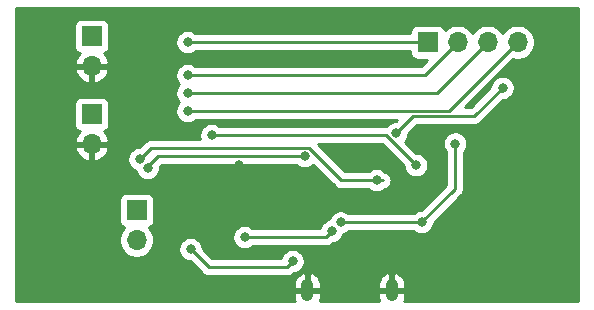
<source format=gbr>
%TF.GenerationSoftware,KiCad,Pcbnew,(5.1.12)-1*%
%TF.CreationDate,2021-12-22T14:47:12+01:00*%
%TF.ProjectId,speaker,73706561-6b65-4722-9e6b-696361645f70,rev?*%
%TF.SameCoordinates,Original*%
%TF.FileFunction,Copper,L2,Bot*%
%TF.FilePolarity,Positive*%
%FSLAX46Y46*%
G04 Gerber Fmt 4.6, Leading zero omitted, Abs format (unit mm)*
G04 Created by KiCad (PCBNEW (5.1.12)-1) date 2021-12-22 14:47:12*
%MOMM*%
%LPD*%
G01*
G04 APERTURE LIST*
%TA.AperFunction,ComponentPad*%
%ADD10O,1.700000X1.700000*%
%TD*%
%TA.AperFunction,ComponentPad*%
%ADD11R,1.700000X1.700000*%
%TD*%
%TA.AperFunction,ComponentPad*%
%ADD12O,1.050000X1.900000*%
%TD*%
%TA.AperFunction,ViaPad*%
%ADD13C,0.800000*%
%TD*%
%TA.AperFunction,Conductor*%
%ADD14C,0.250000*%
%TD*%
%TA.AperFunction,Conductor*%
%ADD15C,0.254000*%
%TD*%
%TA.AperFunction,Conductor*%
%ADD16C,0.100000*%
%TD*%
G04 APERTURE END LIST*
D10*
%TO.P,J5,2*%
%TO.N,GND*%
X129032000Y-70866000D03*
D11*
%TO.P,J5,1*%
%TO.N,/comm/EN*%
X129032000Y-68326000D03*
%TD*%
D10*
%TO.P,J6,2*%
%TO.N,/audio/SPK+*%
X132842000Y-85598000D03*
D11*
%TO.P,J6,1*%
%TO.N,/audio/SPK-*%
X132842000Y-83058000D03*
%TD*%
D10*
%TO.P,J4,2*%
%TO.N,GND*%
X129032000Y-77470000D03*
D11*
%TO.P,J4,1*%
%TO.N,/comm/BOOT*%
X129032000Y-74930000D03*
%TD*%
D12*
%TO.P,J3,6*%
%TO.N,GND*%
X154451000Y-89846000D03*
X147301000Y-89846000D03*
%TD*%
D10*
%TO.P,J2,4*%
%TO.N,/comm/TDO*%
X165100000Y-68834000D03*
%TO.P,J2,3*%
%TO.N,/comm/TCK*%
X162560000Y-68834000D03*
%TO.P,J2,2*%
%TO.N,/comm/TDI*%
X160020000Y-68834000D03*
D11*
%TO.P,J2,1*%
%TO.N,/comm/TMS*%
X157480000Y-68834000D03*
%TD*%
D13*
%TO.N,GND*%
X141478000Y-79248000D03*
X134620000Y-88900000D03*
%TO.N,+3V3*%
X139192000Y-76708000D03*
X156491598Y-79248000D03*
%TO.N,/power/VBAT*%
X150114000Y-84090000D03*
X159815000Y-77421000D03*
X156972000Y-84074000D03*
%TO.N,/comm/PG*%
X137414000Y-86360000D03*
X146050000Y-87376000D03*
%TO.N,VBUS*%
X149352000Y-84836000D03*
X141986000Y-85344000D03*
%TO.N,/audio/BCLK*%
X133781800Y-79502000D03*
X147066000Y-78486000D03*
%TO.N,/audio/DATA*%
X133096000Y-78740000D03*
X153162000Y-80518000D03*
%TO.N,/comm/TDO*%
X137160000Y-74676000D03*
%TO.N,/comm/TCK*%
X137160000Y-73152000D03*
%TO.N,/comm/TDI*%
X137160000Y-71628000D03*
%TO.N,/comm/TMS*%
X137160000Y-68834000D03*
%TO.N,Net-(D1-Pad4)*%
X163830000Y-72694800D03*
X154813000Y-76555600D03*
%TD*%
D14*
%TO.N,GND*%
X141478000Y-79248000D02*
X141478000Y-80264000D01*
X141478000Y-80264000D02*
X135890000Y-85852000D01*
X135890000Y-85852000D02*
X135890000Y-87630000D01*
X135890000Y-87630000D02*
X134620000Y-88900000D01*
X134620000Y-88900000D02*
X134620000Y-88900000D01*
%TO.N,+3V3*%
X139192000Y-76708000D02*
X139192000Y-76708000D01*
X153951598Y-76708000D02*
X156491598Y-79248000D01*
X139192000Y-76708000D02*
X153951598Y-76708000D01*
X156491598Y-79248000D02*
X156491598Y-79248000D01*
%TO.N,/power/VBAT*%
X159815000Y-81231000D02*
X159815000Y-77421000D01*
X156956000Y-84090000D02*
X159815000Y-81231000D01*
X150114000Y-84090000D02*
X156956000Y-84090000D01*
%TO.N,/comm/PG*%
X146050000Y-87376000D02*
X146050000Y-87376000D01*
X138938000Y-87884000D02*
X137414000Y-86360000D01*
X145542000Y-87884000D02*
X138938000Y-87884000D01*
X146050000Y-87376000D02*
X145542000Y-87884000D01*
%TO.N,VBUS*%
X141986000Y-85344000D02*
X141986000Y-85344000D01*
X148844000Y-85344000D02*
X149352000Y-84836000D01*
X141986000Y-85344000D02*
X148844000Y-85344000D01*
%TO.N,/audio/BCLK*%
X133604000Y-79502000D02*
X134620000Y-78486000D01*
X134620000Y-78486000D02*
X147066000Y-78486000D01*
%TO.N,/audio/DATA*%
X153670000Y-80518000D02*
X153162000Y-80518000D01*
X153162000Y-80518000D02*
X153162000Y-80518000D01*
X134035001Y-77800999D02*
X147473199Y-77800999D01*
X133096000Y-78740000D02*
X134035001Y-77800999D01*
X150190200Y-80518000D02*
X153162000Y-80518000D01*
X147473199Y-77800999D02*
X150190200Y-80518000D01*
%TO.N,/comm/TDO*%
X165100000Y-68834000D02*
X159258000Y-74676000D01*
X159258000Y-74676000D02*
X137160000Y-74676000D01*
X137160000Y-74676000D02*
X137160000Y-74676000D01*
%TO.N,/comm/TCK*%
X162560000Y-68834000D02*
X158242000Y-73152000D01*
X158242000Y-73152000D02*
X137160000Y-73152000D01*
X137160000Y-73152000D02*
X137160000Y-73152000D01*
%TO.N,/comm/TDI*%
X160020000Y-68834000D02*
X157226000Y-71628000D01*
X157226000Y-71628000D02*
X137160000Y-71628000D01*
X137160000Y-71628000D02*
X137160000Y-71628000D01*
%TO.N,/comm/TMS*%
X157480000Y-68834000D02*
X137160000Y-68834000D01*
X137160000Y-68834000D02*
X137160000Y-68834000D01*
%TO.N,Net-(D1-Pad4)*%
X161438790Y-75086010D02*
X156282590Y-75086010D01*
X163830000Y-72694800D02*
X161438790Y-75086010D01*
X156282590Y-75086010D02*
X154813000Y-76555600D01*
X154813000Y-76555600D02*
X154813000Y-76555600D01*
%TD*%
D15*
%TO.N,GND*%
X170257001Y-90755000D02*
X155507084Y-90755000D01*
X155563934Y-90621865D01*
X155611000Y-90398000D01*
X155611000Y-89973000D01*
X154578000Y-89973000D01*
X154578000Y-89993000D01*
X154324000Y-89993000D01*
X154324000Y-89973000D01*
X153291000Y-89973000D01*
X153291000Y-90398000D01*
X153338066Y-90621865D01*
X153394916Y-90755000D01*
X148357084Y-90755000D01*
X148413934Y-90621865D01*
X148461000Y-90398000D01*
X148461000Y-89973000D01*
X147428000Y-89973000D01*
X147428000Y-89993000D01*
X147174000Y-89993000D01*
X147174000Y-89973000D01*
X146141000Y-89973000D01*
X146141000Y-90398000D01*
X146188066Y-90621865D01*
X146244916Y-90755000D01*
X122605000Y-90755000D01*
X122605000Y-89294000D01*
X146141000Y-89294000D01*
X146141000Y-89719000D01*
X147174000Y-89719000D01*
X147174000Y-88427837D01*
X147428000Y-88427837D01*
X147428000Y-89719000D01*
X148461000Y-89719000D01*
X148461000Y-89294000D01*
X153291000Y-89294000D01*
X153291000Y-89719000D01*
X154324000Y-89719000D01*
X154324000Y-88427837D01*
X154578000Y-88427837D01*
X154578000Y-89719000D01*
X155611000Y-89719000D01*
X155611000Y-89294000D01*
X155563934Y-89070135D01*
X155474099Y-88859754D01*
X155344947Y-88670941D01*
X155181441Y-88510953D01*
X154989864Y-88385937D01*
X154756810Y-88302036D01*
X154578000Y-88427837D01*
X154324000Y-88427837D01*
X154145190Y-88302036D01*
X153912136Y-88385937D01*
X153720559Y-88510953D01*
X153557053Y-88670941D01*
X153427901Y-88859754D01*
X153338066Y-89070135D01*
X153291000Y-89294000D01*
X148461000Y-89294000D01*
X148413934Y-89070135D01*
X148324099Y-88859754D01*
X148194947Y-88670941D01*
X148031441Y-88510953D01*
X147839864Y-88385937D01*
X147606810Y-88302036D01*
X147428000Y-88427837D01*
X147174000Y-88427837D01*
X146995190Y-88302036D01*
X146762136Y-88385937D01*
X146570559Y-88510953D01*
X146407053Y-88670941D01*
X146277901Y-88859754D01*
X146188066Y-89070135D01*
X146141000Y-89294000D01*
X122605000Y-89294000D01*
X122605000Y-82208000D01*
X131353928Y-82208000D01*
X131353928Y-83908000D01*
X131366188Y-84032482D01*
X131402498Y-84152180D01*
X131461463Y-84262494D01*
X131540815Y-84359185D01*
X131637506Y-84438537D01*
X131747820Y-84497502D01*
X131820380Y-84519513D01*
X131688525Y-84651368D01*
X131526010Y-84894589D01*
X131414068Y-85164842D01*
X131357000Y-85451740D01*
X131357000Y-85744260D01*
X131414068Y-86031158D01*
X131526010Y-86301411D01*
X131688525Y-86544632D01*
X131895368Y-86751475D01*
X132138589Y-86913990D01*
X132408842Y-87025932D01*
X132695740Y-87083000D01*
X132988260Y-87083000D01*
X133275158Y-87025932D01*
X133545411Y-86913990D01*
X133788632Y-86751475D01*
X133995475Y-86544632D01*
X134157990Y-86301411D01*
X134175946Y-86258061D01*
X136379000Y-86258061D01*
X136379000Y-86461939D01*
X136418774Y-86661898D01*
X136496795Y-86850256D01*
X136610063Y-87019774D01*
X136754226Y-87163937D01*
X136923744Y-87277205D01*
X137112102Y-87355226D01*
X137312061Y-87395000D01*
X137374198Y-87395000D01*
X138374205Y-88395008D01*
X138397999Y-88424001D01*
X138426992Y-88447795D01*
X138426996Y-88447799D01*
X138497685Y-88505811D01*
X138513724Y-88518974D01*
X138645753Y-88589546D01*
X138789014Y-88633003D01*
X138900667Y-88644000D01*
X138900676Y-88644000D01*
X138937999Y-88647676D01*
X138975322Y-88644000D01*
X145504678Y-88644000D01*
X145542000Y-88647676D01*
X145579322Y-88644000D01*
X145579333Y-88644000D01*
X145690986Y-88633003D01*
X145834247Y-88589546D01*
X145966276Y-88518974D01*
X146082001Y-88424001D01*
X146092671Y-88411000D01*
X146151939Y-88411000D01*
X146351898Y-88371226D01*
X146540256Y-88293205D01*
X146709774Y-88179937D01*
X146853937Y-88035774D01*
X146967205Y-87866256D01*
X147045226Y-87677898D01*
X147085000Y-87477939D01*
X147085000Y-87274061D01*
X147045226Y-87074102D01*
X146967205Y-86885744D01*
X146853937Y-86716226D01*
X146709774Y-86572063D01*
X146540256Y-86458795D01*
X146351898Y-86380774D01*
X146151939Y-86341000D01*
X145948061Y-86341000D01*
X145748102Y-86380774D01*
X145559744Y-86458795D01*
X145390226Y-86572063D01*
X145246063Y-86716226D01*
X145132795Y-86885744D01*
X145054774Y-87074102D01*
X145044849Y-87124000D01*
X139252803Y-87124000D01*
X138449000Y-86320198D01*
X138449000Y-86258061D01*
X138409226Y-86058102D01*
X138331205Y-85869744D01*
X138217937Y-85700226D01*
X138073774Y-85556063D01*
X137904256Y-85442795D01*
X137715898Y-85364774D01*
X137515939Y-85325000D01*
X137312061Y-85325000D01*
X137112102Y-85364774D01*
X136923744Y-85442795D01*
X136754226Y-85556063D01*
X136610063Y-85700226D01*
X136496795Y-85869744D01*
X136418774Y-86058102D01*
X136379000Y-86258061D01*
X134175946Y-86258061D01*
X134269932Y-86031158D01*
X134327000Y-85744260D01*
X134327000Y-85451740D01*
X134285292Y-85242061D01*
X140951000Y-85242061D01*
X140951000Y-85445939D01*
X140990774Y-85645898D01*
X141068795Y-85834256D01*
X141182063Y-86003774D01*
X141326226Y-86147937D01*
X141495744Y-86261205D01*
X141684102Y-86339226D01*
X141884061Y-86379000D01*
X142087939Y-86379000D01*
X142287898Y-86339226D01*
X142476256Y-86261205D01*
X142645774Y-86147937D01*
X142689711Y-86104000D01*
X148806678Y-86104000D01*
X148844000Y-86107676D01*
X148881322Y-86104000D01*
X148881333Y-86104000D01*
X148992986Y-86093003D01*
X149136247Y-86049546D01*
X149268276Y-85978974D01*
X149384001Y-85884001D01*
X149394671Y-85871000D01*
X149453939Y-85871000D01*
X149653898Y-85831226D01*
X149842256Y-85753205D01*
X150011774Y-85639937D01*
X150155937Y-85495774D01*
X150269205Y-85326256D01*
X150347226Y-85137898D01*
X150355306Y-85097278D01*
X150415898Y-85085226D01*
X150604256Y-85007205D01*
X150773774Y-84893937D01*
X150817711Y-84850000D01*
X156284289Y-84850000D01*
X156312226Y-84877937D01*
X156481744Y-84991205D01*
X156670102Y-85069226D01*
X156870061Y-85109000D01*
X157073939Y-85109000D01*
X157273898Y-85069226D01*
X157462256Y-84991205D01*
X157631774Y-84877937D01*
X157775937Y-84733774D01*
X157889205Y-84564256D01*
X157967226Y-84375898D01*
X158007000Y-84175939D01*
X158007000Y-84113801D01*
X160326004Y-81794798D01*
X160355001Y-81771001D01*
X160449974Y-81655276D01*
X160520546Y-81523247D01*
X160564003Y-81379986D01*
X160575000Y-81268333D01*
X160575000Y-81268332D01*
X160578677Y-81231000D01*
X160575000Y-81193667D01*
X160575000Y-78124711D01*
X160618937Y-78080774D01*
X160732205Y-77911256D01*
X160810226Y-77722898D01*
X160850000Y-77522939D01*
X160850000Y-77319061D01*
X160810226Y-77119102D01*
X160732205Y-76930744D01*
X160618937Y-76761226D01*
X160474774Y-76617063D01*
X160305256Y-76503795D01*
X160116898Y-76425774D01*
X159916939Y-76386000D01*
X159713061Y-76386000D01*
X159513102Y-76425774D01*
X159324744Y-76503795D01*
X159155226Y-76617063D01*
X159011063Y-76761226D01*
X158897795Y-76930744D01*
X158819774Y-77119102D01*
X158780000Y-77319061D01*
X158780000Y-77522939D01*
X158819774Y-77722898D01*
X158897795Y-77911256D01*
X159011063Y-78080774D01*
X159055001Y-78124712D01*
X159055000Y-80916198D01*
X156932199Y-83039000D01*
X156870061Y-83039000D01*
X156670102Y-83078774D01*
X156481744Y-83156795D01*
X156312226Y-83270063D01*
X156252289Y-83330000D01*
X150817711Y-83330000D01*
X150773774Y-83286063D01*
X150604256Y-83172795D01*
X150415898Y-83094774D01*
X150215939Y-83055000D01*
X150012061Y-83055000D01*
X149812102Y-83094774D01*
X149623744Y-83172795D01*
X149454226Y-83286063D01*
X149310063Y-83430226D01*
X149196795Y-83599744D01*
X149118774Y-83788102D01*
X149110694Y-83828722D01*
X149050102Y-83840774D01*
X148861744Y-83918795D01*
X148692226Y-84032063D01*
X148548063Y-84176226D01*
X148434795Y-84345744D01*
X148356774Y-84534102D01*
X148346849Y-84584000D01*
X142689711Y-84584000D01*
X142645774Y-84540063D01*
X142476256Y-84426795D01*
X142287898Y-84348774D01*
X142087939Y-84309000D01*
X141884061Y-84309000D01*
X141684102Y-84348774D01*
X141495744Y-84426795D01*
X141326226Y-84540063D01*
X141182063Y-84684226D01*
X141068795Y-84853744D01*
X140990774Y-85042102D01*
X140951000Y-85242061D01*
X134285292Y-85242061D01*
X134269932Y-85164842D01*
X134157990Y-84894589D01*
X133995475Y-84651368D01*
X133863620Y-84519513D01*
X133936180Y-84497502D01*
X134046494Y-84438537D01*
X134143185Y-84359185D01*
X134222537Y-84262494D01*
X134281502Y-84152180D01*
X134317812Y-84032482D01*
X134330072Y-83908000D01*
X134330072Y-82208000D01*
X134317812Y-82083518D01*
X134281502Y-81963820D01*
X134222537Y-81853506D01*
X134143185Y-81756815D01*
X134046494Y-81677463D01*
X133936180Y-81618498D01*
X133816482Y-81582188D01*
X133692000Y-81569928D01*
X131992000Y-81569928D01*
X131867518Y-81582188D01*
X131747820Y-81618498D01*
X131637506Y-81677463D01*
X131540815Y-81756815D01*
X131461463Y-81853506D01*
X131402498Y-81963820D01*
X131366188Y-82083518D01*
X131353928Y-82208000D01*
X122605000Y-82208000D01*
X122605000Y-77826890D01*
X127590524Y-77826890D01*
X127635175Y-77974099D01*
X127760359Y-78236920D01*
X127934412Y-78470269D01*
X128150645Y-78665178D01*
X128400748Y-78814157D01*
X128675109Y-78911481D01*
X128905000Y-78790814D01*
X128905000Y-77597000D01*
X129159000Y-77597000D01*
X129159000Y-78790814D01*
X129388891Y-78911481D01*
X129663252Y-78814157D01*
X129913355Y-78665178D01*
X129943438Y-78638061D01*
X132061000Y-78638061D01*
X132061000Y-78841939D01*
X132100774Y-79041898D01*
X132178795Y-79230256D01*
X132292063Y-79399774D01*
X132436226Y-79543937D01*
X132605744Y-79657205D01*
X132771012Y-79725662D01*
X132786574Y-79803898D01*
X132864595Y-79992256D01*
X132977863Y-80161774D01*
X133122026Y-80305937D01*
X133291544Y-80419205D01*
X133479902Y-80497226D01*
X133679861Y-80537000D01*
X133883739Y-80537000D01*
X134083698Y-80497226D01*
X134272056Y-80419205D01*
X134441574Y-80305937D01*
X134585737Y-80161774D01*
X134699005Y-79992256D01*
X134777026Y-79803898D01*
X134816800Y-79603939D01*
X134816800Y-79400061D01*
X134810817Y-79369984D01*
X134934802Y-79246000D01*
X146362289Y-79246000D01*
X146406226Y-79289937D01*
X146575744Y-79403205D01*
X146764102Y-79481226D01*
X146964061Y-79521000D01*
X147167939Y-79521000D01*
X147367898Y-79481226D01*
X147556256Y-79403205D01*
X147725774Y-79289937D01*
X147806555Y-79209156D01*
X149626401Y-81029003D01*
X149650199Y-81058001D01*
X149765924Y-81152974D01*
X149897953Y-81223546D01*
X150041214Y-81267003D01*
X150152867Y-81278000D01*
X150152875Y-81278000D01*
X150190200Y-81281676D01*
X150227525Y-81278000D01*
X152458289Y-81278000D01*
X152502226Y-81321937D01*
X152671744Y-81435205D01*
X152860102Y-81513226D01*
X153060061Y-81553000D01*
X153263939Y-81553000D01*
X153463898Y-81513226D01*
X153652256Y-81435205D01*
X153821774Y-81321937D01*
X153901842Y-81241869D01*
X153962247Y-81223546D01*
X154094276Y-81152974D01*
X154210001Y-81058001D01*
X154304974Y-80942276D01*
X154375546Y-80810247D01*
X154419003Y-80666986D01*
X154433677Y-80518000D01*
X154419003Y-80369014D01*
X154375546Y-80225753D01*
X154304974Y-80093724D01*
X154210001Y-79977999D01*
X154094276Y-79883026D01*
X153962247Y-79812454D01*
X153901842Y-79794131D01*
X153821774Y-79714063D01*
X153652256Y-79600795D01*
X153463898Y-79522774D01*
X153263939Y-79483000D01*
X153060061Y-79483000D01*
X152860102Y-79522774D01*
X152671744Y-79600795D01*
X152502226Y-79714063D01*
X152458289Y-79758000D01*
X150505002Y-79758000D01*
X148215001Y-77468000D01*
X153636797Y-77468000D01*
X155456598Y-79287803D01*
X155456598Y-79349939D01*
X155496372Y-79549898D01*
X155574393Y-79738256D01*
X155687661Y-79907774D01*
X155831824Y-80051937D01*
X156001342Y-80165205D01*
X156189700Y-80243226D01*
X156389659Y-80283000D01*
X156593537Y-80283000D01*
X156793496Y-80243226D01*
X156981854Y-80165205D01*
X157151372Y-80051937D01*
X157295535Y-79907774D01*
X157408803Y-79738256D01*
X157486824Y-79549898D01*
X157526598Y-79349939D01*
X157526598Y-79146061D01*
X157486824Y-78946102D01*
X157408803Y-78757744D01*
X157295535Y-78588226D01*
X157151372Y-78444063D01*
X156981854Y-78330795D01*
X156793496Y-78252774D01*
X156593537Y-78213000D01*
X156531401Y-78213000D01*
X155575355Y-77256956D01*
X155616937Y-77215374D01*
X155730205Y-77045856D01*
X155808226Y-76857498D01*
X155848000Y-76657539D01*
X155848000Y-76595401D01*
X156597392Y-75846010D01*
X161401468Y-75846010D01*
X161438790Y-75849686D01*
X161476112Y-75846010D01*
X161476123Y-75846010D01*
X161587776Y-75835013D01*
X161731037Y-75791556D01*
X161863066Y-75720984D01*
X161978791Y-75626011D01*
X162002594Y-75597007D01*
X163869802Y-73729800D01*
X163931939Y-73729800D01*
X164131898Y-73690026D01*
X164320256Y-73612005D01*
X164489774Y-73498737D01*
X164633937Y-73354574D01*
X164747205Y-73185056D01*
X164825226Y-72996698D01*
X164865000Y-72796739D01*
X164865000Y-72592861D01*
X164825226Y-72392902D01*
X164747205Y-72204544D01*
X164633937Y-72035026D01*
X164489774Y-71890863D01*
X164320256Y-71777595D01*
X164131898Y-71699574D01*
X163931939Y-71659800D01*
X163728061Y-71659800D01*
X163528102Y-71699574D01*
X163339744Y-71777595D01*
X163170226Y-71890863D01*
X163026063Y-72035026D01*
X162912795Y-72204544D01*
X162834774Y-72392902D01*
X162795000Y-72592861D01*
X162795000Y-72654998D01*
X161123989Y-74326010D01*
X160682791Y-74326010D01*
X164733592Y-70275210D01*
X164953740Y-70319000D01*
X165246260Y-70319000D01*
X165533158Y-70261932D01*
X165803411Y-70149990D01*
X166046632Y-69987475D01*
X166253475Y-69780632D01*
X166415990Y-69537411D01*
X166527932Y-69267158D01*
X166585000Y-68980260D01*
X166585000Y-68687740D01*
X166527932Y-68400842D01*
X166415990Y-68130589D01*
X166253475Y-67887368D01*
X166046632Y-67680525D01*
X165803411Y-67518010D01*
X165533158Y-67406068D01*
X165246260Y-67349000D01*
X164953740Y-67349000D01*
X164666842Y-67406068D01*
X164396589Y-67518010D01*
X164153368Y-67680525D01*
X163946525Y-67887368D01*
X163830000Y-68061760D01*
X163713475Y-67887368D01*
X163506632Y-67680525D01*
X163263411Y-67518010D01*
X162993158Y-67406068D01*
X162706260Y-67349000D01*
X162413740Y-67349000D01*
X162126842Y-67406068D01*
X161856589Y-67518010D01*
X161613368Y-67680525D01*
X161406525Y-67887368D01*
X161290000Y-68061760D01*
X161173475Y-67887368D01*
X160966632Y-67680525D01*
X160723411Y-67518010D01*
X160453158Y-67406068D01*
X160166260Y-67349000D01*
X159873740Y-67349000D01*
X159586842Y-67406068D01*
X159316589Y-67518010D01*
X159073368Y-67680525D01*
X158941513Y-67812380D01*
X158919502Y-67739820D01*
X158860537Y-67629506D01*
X158781185Y-67532815D01*
X158684494Y-67453463D01*
X158574180Y-67394498D01*
X158454482Y-67358188D01*
X158330000Y-67345928D01*
X156630000Y-67345928D01*
X156505518Y-67358188D01*
X156385820Y-67394498D01*
X156275506Y-67453463D01*
X156178815Y-67532815D01*
X156099463Y-67629506D01*
X156040498Y-67739820D01*
X156004188Y-67859518D01*
X155991928Y-67984000D01*
X155991928Y-68074000D01*
X137863711Y-68074000D01*
X137819774Y-68030063D01*
X137650256Y-67916795D01*
X137461898Y-67838774D01*
X137261939Y-67799000D01*
X137058061Y-67799000D01*
X136858102Y-67838774D01*
X136669744Y-67916795D01*
X136500226Y-68030063D01*
X136356063Y-68174226D01*
X136242795Y-68343744D01*
X136164774Y-68532102D01*
X136125000Y-68732061D01*
X136125000Y-68935939D01*
X136164774Y-69135898D01*
X136242795Y-69324256D01*
X136356063Y-69493774D01*
X136500226Y-69637937D01*
X136669744Y-69751205D01*
X136858102Y-69829226D01*
X137058061Y-69869000D01*
X137261939Y-69869000D01*
X137461898Y-69829226D01*
X137650256Y-69751205D01*
X137819774Y-69637937D01*
X137863711Y-69594000D01*
X155991928Y-69594000D01*
X155991928Y-69684000D01*
X156004188Y-69808482D01*
X156040498Y-69928180D01*
X156099463Y-70038494D01*
X156178815Y-70135185D01*
X156275506Y-70214537D01*
X156385820Y-70273502D01*
X156505518Y-70309812D01*
X156630000Y-70322072D01*
X157457127Y-70322072D01*
X156911199Y-70868000D01*
X137863711Y-70868000D01*
X137819774Y-70824063D01*
X137650256Y-70710795D01*
X137461898Y-70632774D01*
X137261939Y-70593000D01*
X137058061Y-70593000D01*
X136858102Y-70632774D01*
X136669744Y-70710795D01*
X136500226Y-70824063D01*
X136356063Y-70968226D01*
X136242795Y-71137744D01*
X136164774Y-71326102D01*
X136125000Y-71526061D01*
X136125000Y-71729939D01*
X136164774Y-71929898D01*
X136242795Y-72118256D01*
X136356063Y-72287774D01*
X136458289Y-72390000D01*
X136356063Y-72492226D01*
X136242795Y-72661744D01*
X136164774Y-72850102D01*
X136125000Y-73050061D01*
X136125000Y-73253939D01*
X136164774Y-73453898D01*
X136242795Y-73642256D01*
X136356063Y-73811774D01*
X136458289Y-73914000D01*
X136356063Y-74016226D01*
X136242795Y-74185744D01*
X136164774Y-74374102D01*
X136125000Y-74574061D01*
X136125000Y-74777939D01*
X136164774Y-74977898D01*
X136242795Y-75166256D01*
X136356063Y-75335774D01*
X136500226Y-75479937D01*
X136669744Y-75593205D01*
X136858102Y-75671226D01*
X137058061Y-75711000D01*
X137261939Y-75711000D01*
X137461898Y-75671226D01*
X137650256Y-75593205D01*
X137819774Y-75479937D01*
X137863711Y-75436000D01*
X154857799Y-75436000D01*
X154773199Y-75520600D01*
X154711061Y-75520600D01*
X154511102Y-75560374D01*
X154322744Y-75638395D01*
X154153226Y-75751663D01*
X154009063Y-75895826D01*
X153975110Y-75946640D01*
X153951598Y-75944324D01*
X153914276Y-75948000D01*
X139895711Y-75948000D01*
X139851774Y-75904063D01*
X139682256Y-75790795D01*
X139493898Y-75712774D01*
X139293939Y-75673000D01*
X139090061Y-75673000D01*
X138890102Y-75712774D01*
X138701744Y-75790795D01*
X138532226Y-75904063D01*
X138388063Y-76048226D01*
X138274795Y-76217744D01*
X138196774Y-76406102D01*
X138157000Y-76606061D01*
X138157000Y-76809939D01*
X138196774Y-77009898D01*
X138209657Y-77040999D01*
X134072324Y-77040999D01*
X134035001Y-77037323D01*
X133997678Y-77040999D01*
X133997668Y-77040999D01*
X133886015Y-77051996D01*
X133742754Y-77095453D01*
X133610724Y-77166025D01*
X133571451Y-77198256D01*
X133495000Y-77260998D01*
X133471202Y-77289996D01*
X133056198Y-77705000D01*
X132994061Y-77705000D01*
X132794102Y-77744774D01*
X132605744Y-77822795D01*
X132436226Y-77936063D01*
X132292063Y-78080226D01*
X132178795Y-78249744D01*
X132100774Y-78438102D01*
X132061000Y-78638061D01*
X129943438Y-78638061D01*
X130129588Y-78470269D01*
X130303641Y-78236920D01*
X130428825Y-77974099D01*
X130473476Y-77826890D01*
X130352155Y-77597000D01*
X129159000Y-77597000D01*
X128905000Y-77597000D01*
X127711845Y-77597000D01*
X127590524Y-77826890D01*
X122605000Y-77826890D01*
X122605000Y-74080000D01*
X127543928Y-74080000D01*
X127543928Y-75780000D01*
X127556188Y-75904482D01*
X127592498Y-76024180D01*
X127651463Y-76134494D01*
X127730815Y-76231185D01*
X127827506Y-76310537D01*
X127937820Y-76369502D01*
X128018466Y-76393966D01*
X127934412Y-76469731D01*
X127760359Y-76703080D01*
X127635175Y-76965901D01*
X127590524Y-77113110D01*
X127711845Y-77343000D01*
X128905000Y-77343000D01*
X128905000Y-77323000D01*
X129159000Y-77323000D01*
X129159000Y-77343000D01*
X130352155Y-77343000D01*
X130473476Y-77113110D01*
X130428825Y-76965901D01*
X130303641Y-76703080D01*
X130129588Y-76469731D01*
X130045534Y-76393966D01*
X130126180Y-76369502D01*
X130236494Y-76310537D01*
X130333185Y-76231185D01*
X130412537Y-76134494D01*
X130471502Y-76024180D01*
X130507812Y-75904482D01*
X130520072Y-75780000D01*
X130520072Y-74080000D01*
X130507812Y-73955518D01*
X130471502Y-73835820D01*
X130412537Y-73725506D01*
X130333185Y-73628815D01*
X130236494Y-73549463D01*
X130126180Y-73490498D01*
X130006482Y-73454188D01*
X129882000Y-73441928D01*
X128182000Y-73441928D01*
X128057518Y-73454188D01*
X127937820Y-73490498D01*
X127827506Y-73549463D01*
X127730815Y-73628815D01*
X127651463Y-73725506D01*
X127592498Y-73835820D01*
X127556188Y-73955518D01*
X127543928Y-74080000D01*
X122605000Y-74080000D01*
X122605000Y-71222890D01*
X127590524Y-71222890D01*
X127635175Y-71370099D01*
X127760359Y-71632920D01*
X127934412Y-71866269D01*
X128150645Y-72061178D01*
X128400748Y-72210157D01*
X128675109Y-72307481D01*
X128905000Y-72186814D01*
X128905000Y-70993000D01*
X129159000Y-70993000D01*
X129159000Y-72186814D01*
X129388891Y-72307481D01*
X129663252Y-72210157D01*
X129913355Y-72061178D01*
X130129588Y-71866269D01*
X130303641Y-71632920D01*
X130428825Y-71370099D01*
X130473476Y-71222890D01*
X130352155Y-70993000D01*
X129159000Y-70993000D01*
X128905000Y-70993000D01*
X127711845Y-70993000D01*
X127590524Y-71222890D01*
X122605000Y-71222890D01*
X122605000Y-67476000D01*
X127543928Y-67476000D01*
X127543928Y-69176000D01*
X127556188Y-69300482D01*
X127592498Y-69420180D01*
X127651463Y-69530494D01*
X127730815Y-69627185D01*
X127827506Y-69706537D01*
X127937820Y-69765502D01*
X128018466Y-69789966D01*
X127934412Y-69865731D01*
X127760359Y-70099080D01*
X127635175Y-70361901D01*
X127590524Y-70509110D01*
X127711845Y-70739000D01*
X128905000Y-70739000D01*
X128905000Y-70719000D01*
X129159000Y-70719000D01*
X129159000Y-70739000D01*
X130352155Y-70739000D01*
X130473476Y-70509110D01*
X130428825Y-70361901D01*
X130303641Y-70099080D01*
X130129588Y-69865731D01*
X130045534Y-69789966D01*
X130126180Y-69765502D01*
X130236494Y-69706537D01*
X130333185Y-69627185D01*
X130412537Y-69530494D01*
X130471502Y-69420180D01*
X130507812Y-69300482D01*
X130520072Y-69176000D01*
X130520072Y-67476000D01*
X130507812Y-67351518D01*
X130471502Y-67231820D01*
X130412537Y-67121506D01*
X130333185Y-67024815D01*
X130236494Y-66945463D01*
X130126180Y-66886498D01*
X130006482Y-66850188D01*
X129882000Y-66837928D01*
X128182000Y-66837928D01*
X128057518Y-66850188D01*
X127937820Y-66886498D01*
X127827506Y-66945463D01*
X127730815Y-67024815D01*
X127651463Y-67121506D01*
X127592498Y-67231820D01*
X127556188Y-67351518D01*
X127543928Y-67476000D01*
X122605000Y-67476000D01*
X122605000Y-65963000D01*
X170257000Y-65963000D01*
X170257001Y-90755000D01*
%TA.AperFunction,Conductor*%
D16*
G36*
X170257001Y-90755000D02*
G01*
X155507084Y-90755000D01*
X155563934Y-90621865D01*
X155611000Y-90398000D01*
X155611000Y-89973000D01*
X154578000Y-89973000D01*
X154578000Y-89993000D01*
X154324000Y-89993000D01*
X154324000Y-89973000D01*
X153291000Y-89973000D01*
X153291000Y-90398000D01*
X153338066Y-90621865D01*
X153394916Y-90755000D01*
X148357084Y-90755000D01*
X148413934Y-90621865D01*
X148461000Y-90398000D01*
X148461000Y-89973000D01*
X147428000Y-89973000D01*
X147428000Y-89993000D01*
X147174000Y-89993000D01*
X147174000Y-89973000D01*
X146141000Y-89973000D01*
X146141000Y-90398000D01*
X146188066Y-90621865D01*
X146244916Y-90755000D01*
X122605000Y-90755000D01*
X122605000Y-89294000D01*
X146141000Y-89294000D01*
X146141000Y-89719000D01*
X147174000Y-89719000D01*
X147174000Y-88427837D01*
X147428000Y-88427837D01*
X147428000Y-89719000D01*
X148461000Y-89719000D01*
X148461000Y-89294000D01*
X153291000Y-89294000D01*
X153291000Y-89719000D01*
X154324000Y-89719000D01*
X154324000Y-88427837D01*
X154578000Y-88427837D01*
X154578000Y-89719000D01*
X155611000Y-89719000D01*
X155611000Y-89294000D01*
X155563934Y-89070135D01*
X155474099Y-88859754D01*
X155344947Y-88670941D01*
X155181441Y-88510953D01*
X154989864Y-88385937D01*
X154756810Y-88302036D01*
X154578000Y-88427837D01*
X154324000Y-88427837D01*
X154145190Y-88302036D01*
X153912136Y-88385937D01*
X153720559Y-88510953D01*
X153557053Y-88670941D01*
X153427901Y-88859754D01*
X153338066Y-89070135D01*
X153291000Y-89294000D01*
X148461000Y-89294000D01*
X148413934Y-89070135D01*
X148324099Y-88859754D01*
X148194947Y-88670941D01*
X148031441Y-88510953D01*
X147839864Y-88385937D01*
X147606810Y-88302036D01*
X147428000Y-88427837D01*
X147174000Y-88427837D01*
X146995190Y-88302036D01*
X146762136Y-88385937D01*
X146570559Y-88510953D01*
X146407053Y-88670941D01*
X146277901Y-88859754D01*
X146188066Y-89070135D01*
X146141000Y-89294000D01*
X122605000Y-89294000D01*
X122605000Y-82208000D01*
X131353928Y-82208000D01*
X131353928Y-83908000D01*
X131366188Y-84032482D01*
X131402498Y-84152180D01*
X131461463Y-84262494D01*
X131540815Y-84359185D01*
X131637506Y-84438537D01*
X131747820Y-84497502D01*
X131820380Y-84519513D01*
X131688525Y-84651368D01*
X131526010Y-84894589D01*
X131414068Y-85164842D01*
X131357000Y-85451740D01*
X131357000Y-85744260D01*
X131414068Y-86031158D01*
X131526010Y-86301411D01*
X131688525Y-86544632D01*
X131895368Y-86751475D01*
X132138589Y-86913990D01*
X132408842Y-87025932D01*
X132695740Y-87083000D01*
X132988260Y-87083000D01*
X133275158Y-87025932D01*
X133545411Y-86913990D01*
X133788632Y-86751475D01*
X133995475Y-86544632D01*
X134157990Y-86301411D01*
X134175946Y-86258061D01*
X136379000Y-86258061D01*
X136379000Y-86461939D01*
X136418774Y-86661898D01*
X136496795Y-86850256D01*
X136610063Y-87019774D01*
X136754226Y-87163937D01*
X136923744Y-87277205D01*
X137112102Y-87355226D01*
X137312061Y-87395000D01*
X137374198Y-87395000D01*
X138374205Y-88395008D01*
X138397999Y-88424001D01*
X138426992Y-88447795D01*
X138426996Y-88447799D01*
X138497685Y-88505811D01*
X138513724Y-88518974D01*
X138645753Y-88589546D01*
X138789014Y-88633003D01*
X138900667Y-88644000D01*
X138900676Y-88644000D01*
X138937999Y-88647676D01*
X138975322Y-88644000D01*
X145504678Y-88644000D01*
X145542000Y-88647676D01*
X145579322Y-88644000D01*
X145579333Y-88644000D01*
X145690986Y-88633003D01*
X145834247Y-88589546D01*
X145966276Y-88518974D01*
X146082001Y-88424001D01*
X146092671Y-88411000D01*
X146151939Y-88411000D01*
X146351898Y-88371226D01*
X146540256Y-88293205D01*
X146709774Y-88179937D01*
X146853937Y-88035774D01*
X146967205Y-87866256D01*
X147045226Y-87677898D01*
X147085000Y-87477939D01*
X147085000Y-87274061D01*
X147045226Y-87074102D01*
X146967205Y-86885744D01*
X146853937Y-86716226D01*
X146709774Y-86572063D01*
X146540256Y-86458795D01*
X146351898Y-86380774D01*
X146151939Y-86341000D01*
X145948061Y-86341000D01*
X145748102Y-86380774D01*
X145559744Y-86458795D01*
X145390226Y-86572063D01*
X145246063Y-86716226D01*
X145132795Y-86885744D01*
X145054774Y-87074102D01*
X145044849Y-87124000D01*
X139252803Y-87124000D01*
X138449000Y-86320198D01*
X138449000Y-86258061D01*
X138409226Y-86058102D01*
X138331205Y-85869744D01*
X138217937Y-85700226D01*
X138073774Y-85556063D01*
X137904256Y-85442795D01*
X137715898Y-85364774D01*
X137515939Y-85325000D01*
X137312061Y-85325000D01*
X137112102Y-85364774D01*
X136923744Y-85442795D01*
X136754226Y-85556063D01*
X136610063Y-85700226D01*
X136496795Y-85869744D01*
X136418774Y-86058102D01*
X136379000Y-86258061D01*
X134175946Y-86258061D01*
X134269932Y-86031158D01*
X134327000Y-85744260D01*
X134327000Y-85451740D01*
X134285292Y-85242061D01*
X140951000Y-85242061D01*
X140951000Y-85445939D01*
X140990774Y-85645898D01*
X141068795Y-85834256D01*
X141182063Y-86003774D01*
X141326226Y-86147937D01*
X141495744Y-86261205D01*
X141684102Y-86339226D01*
X141884061Y-86379000D01*
X142087939Y-86379000D01*
X142287898Y-86339226D01*
X142476256Y-86261205D01*
X142645774Y-86147937D01*
X142689711Y-86104000D01*
X148806678Y-86104000D01*
X148844000Y-86107676D01*
X148881322Y-86104000D01*
X148881333Y-86104000D01*
X148992986Y-86093003D01*
X149136247Y-86049546D01*
X149268276Y-85978974D01*
X149384001Y-85884001D01*
X149394671Y-85871000D01*
X149453939Y-85871000D01*
X149653898Y-85831226D01*
X149842256Y-85753205D01*
X150011774Y-85639937D01*
X150155937Y-85495774D01*
X150269205Y-85326256D01*
X150347226Y-85137898D01*
X150355306Y-85097278D01*
X150415898Y-85085226D01*
X150604256Y-85007205D01*
X150773774Y-84893937D01*
X150817711Y-84850000D01*
X156284289Y-84850000D01*
X156312226Y-84877937D01*
X156481744Y-84991205D01*
X156670102Y-85069226D01*
X156870061Y-85109000D01*
X157073939Y-85109000D01*
X157273898Y-85069226D01*
X157462256Y-84991205D01*
X157631774Y-84877937D01*
X157775937Y-84733774D01*
X157889205Y-84564256D01*
X157967226Y-84375898D01*
X158007000Y-84175939D01*
X158007000Y-84113801D01*
X160326004Y-81794798D01*
X160355001Y-81771001D01*
X160449974Y-81655276D01*
X160520546Y-81523247D01*
X160564003Y-81379986D01*
X160575000Y-81268333D01*
X160575000Y-81268332D01*
X160578677Y-81231000D01*
X160575000Y-81193667D01*
X160575000Y-78124711D01*
X160618937Y-78080774D01*
X160732205Y-77911256D01*
X160810226Y-77722898D01*
X160850000Y-77522939D01*
X160850000Y-77319061D01*
X160810226Y-77119102D01*
X160732205Y-76930744D01*
X160618937Y-76761226D01*
X160474774Y-76617063D01*
X160305256Y-76503795D01*
X160116898Y-76425774D01*
X159916939Y-76386000D01*
X159713061Y-76386000D01*
X159513102Y-76425774D01*
X159324744Y-76503795D01*
X159155226Y-76617063D01*
X159011063Y-76761226D01*
X158897795Y-76930744D01*
X158819774Y-77119102D01*
X158780000Y-77319061D01*
X158780000Y-77522939D01*
X158819774Y-77722898D01*
X158897795Y-77911256D01*
X159011063Y-78080774D01*
X159055001Y-78124712D01*
X159055000Y-80916198D01*
X156932199Y-83039000D01*
X156870061Y-83039000D01*
X156670102Y-83078774D01*
X156481744Y-83156795D01*
X156312226Y-83270063D01*
X156252289Y-83330000D01*
X150817711Y-83330000D01*
X150773774Y-83286063D01*
X150604256Y-83172795D01*
X150415898Y-83094774D01*
X150215939Y-83055000D01*
X150012061Y-83055000D01*
X149812102Y-83094774D01*
X149623744Y-83172795D01*
X149454226Y-83286063D01*
X149310063Y-83430226D01*
X149196795Y-83599744D01*
X149118774Y-83788102D01*
X149110694Y-83828722D01*
X149050102Y-83840774D01*
X148861744Y-83918795D01*
X148692226Y-84032063D01*
X148548063Y-84176226D01*
X148434795Y-84345744D01*
X148356774Y-84534102D01*
X148346849Y-84584000D01*
X142689711Y-84584000D01*
X142645774Y-84540063D01*
X142476256Y-84426795D01*
X142287898Y-84348774D01*
X142087939Y-84309000D01*
X141884061Y-84309000D01*
X141684102Y-84348774D01*
X141495744Y-84426795D01*
X141326226Y-84540063D01*
X141182063Y-84684226D01*
X141068795Y-84853744D01*
X140990774Y-85042102D01*
X140951000Y-85242061D01*
X134285292Y-85242061D01*
X134269932Y-85164842D01*
X134157990Y-84894589D01*
X133995475Y-84651368D01*
X133863620Y-84519513D01*
X133936180Y-84497502D01*
X134046494Y-84438537D01*
X134143185Y-84359185D01*
X134222537Y-84262494D01*
X134281502Y-84152180D01*
X134317812Y-84032482D01*
X134330072Y-83908000D01*
X134330072Y-82208000D01*
X134317812Y-82083518D01*
X134281502Y-81963820D01*
X134222537Y-81853506D01*
X134143185Y-81756815D01*
X134046494Y-81677463D01*
X133936180Y-81618498D01*
X133816482Y-81582188D01*
X133692000Y-81569928D01*
X131992000Y-81569928D01*
X131867518Y-81582188D01*
X131747820Y-81618498D01*
X131637506Y-81677463D01*
X131540815Y-81756815D01*
X131461463Y-81853506D01*
X131402498Y-81963820D01*
X131366188Y-82083518D01*
X131353928Y-82208000D01*
X122605000Y-82208000D01*
X122605000Y-77826890D01*
X127590524Y-77826890D01*
X127635175Y-77974099D01*
X127760359Y-78236920D01*
X127934412Y-78470269D01*
X128150645Y-78665178D01*
X128400748Y-78814157D01*
X128675109Y-78911481D01*
X128905000Y-78790814D01*
X128905000Y-77597000D01*
X129159000Y-77597000D01*
X129159000Y-78790814D01*
X129388891Y-78911481D01*
X129663252Y-78814157D01*
X129913355Y-78665178D01*
X129943438Y-78638061D01*
X132061000Y-78638061D01*
X132061000Y-78841939D01*
X132100774Y-79041898D01*
X132178795Y-79230256D01*
X132292063Y-79399774D01*
X132436226Y-79543937D01*
X132605744Y-79657205D01*
X132771012Y-79725662D01*
X132786574Y-79803898D01*
X132864595Y-79992256D01*
X132977863Y-80161774D01*
X133122026Y-80305937D01*
X133291544Y-80419205D01*
X133479902Y-80497226D01*
X133679861Y-80537000D01*
X133883739Y-80537000D01*
X134083698Y-80497226D01*
X134272056Y-80419205D01*
X134441574Y-80305937D01*
X134585737Y-80161774D01*
X134699005Y-79992256D01*
X134777026Y-79803898D01*
X134816800Y-79603939D01*
X134816800Y-79400061D01*
X134810817Y-79369984D01*
X134934802Y-79246000D01*
X146362289Y-79246000D01*
X146406226Y-79289937D01*
X146575744Y-79403205D01*
X146764102Y-79481226D01*
X146964061Y-79521000D01*
X147167939Y-79521000D01*
X147367898Y-79481226D01*
X147556256Y-79403205D01*
X147725774Y-79289937D01*
X147806555Y-79209156D01*
X149626401Y-81029003D01*
X149650199Y-81058001D01*
X149765924Y-81152974D01*
X149897953Y-81223546D01*
X150041214Y-81267003D01*
X150152867Y-81278000D01*
X150152875Y-81278000D01*
X150190200Y-81281676D01*
X150227525Y-81278000D01*
X152458289Y-81278000D01*
X152502226Y-81321937D01*
X152671744Y-81435205D01*
X152860102Y-81513226D01*
X153060061Y-81553000D01*
X153263939Y-81553000D01*
X153463898Y-81513226D01*
X153652256Y-81435205D01*
X153821774Y-81321937D01*
X153901842Y-81241869D01*
X153962247Y-81223546D01*
X154094276Y-81152974D01*
X154210001Y-81058001D01*
X154304974Y-80942276D01*
X154375546Y-80810247D01*
X154419003Y-80666986D01*
X154433677Y-80518000D01*
X154419003Y-80369014D01*
X154375546Y-80225753D01*
X154304974Y-80093724D01*
X154210001Y-79977999D01*
X154094276Y-79883026D01*
X153962247Y-79812454D01*
X153901842Y-79794131D01*
X153821774Y-79714063D01*
X153652256Y-79600795D01*
X153463898Y-79522774D01*
X153263939Y-79483000D01*
X153060061Y-79483000D01*
X152860102Y-79522774D01*
X152671744Y-79600795D01*
X152502226Y-79714063D01*
X152458289Y-79758000D01*
X150505002Y-79758000D01*
X148215001Y-77468000D01*
X153636797Y-77468000D01*
X155456598Y-79287803D01*
X155456598Y-79349939D01*
X155496372Y-79549898D01*
X155574393Y-79738256D01*
X155687661Y-79907774D01*
X155831824Y-80051937D01*
X156001342Y-80165205D01*
X156189700Y-80243226D01*
X156389659Y-80283000D01*
X156593537Y-80283000D01*
X156793496Y-80243226D01*
X156981854Y-80165205D01*
X157151372Y-80051937D01*
X157295535Y-79907774D01*
X157408803Y-79738256D01*
X157486824Y-79549898D01*
X157526598Y-79349939D01*
X157526598Y-79146061D01*
X157486824Y-78946102D01*
X157408803Y-78757744D01*
X157295535Y-78588226D01*
X157151372Y-78444063D01*
X156981854Y-78330795D01*
X156793496Y-78252774D01*
X156593537Y-78213000D01*
X156531401Y-78213000D01*
X155575355Y-77256956D01*
X155616937Y-77215374D01*
X155730205Y-77045856D01*
X155808226Y-76857498D01*
X155848000Y-76657539D01*
X155848000Y-76595401D01*
X156597392Y-75846010D01*
X161401468Y-75846010D01*
X161438790Y-75849686D01*
X161476112Y-75846010D01*
X161476123Y-75846010D01*
X161587776Y-75835013D01*
X161731037Y-75791556D01*
X161863066Y-75720984D01*
X161978791Y-75626011D01*
X162002594Y-75597007D01*
X163869802Y-73729800D01*
X163931939Y-73729800D01*
X164131898Y-73690026D01*
X164320256Y-73612005D01*
X164489774Y-73498737D01*
X164633937Y-73354574D01*
X164747205Y-73185056D01*
X164825226Y-72996698D01*
X164865000Y-72796739D01*
X164865000Y-72592861D01*
X164825226Y-72392902D01*
X164747205Y-72204544D01*
X164633937Y-72035026D01*
X164489774Y-71890863D01*
X164320256Y-71777595D01*
X164131898Y-71699574D01*
X163931939Y-71659800D01*
X163728061Y-71659800D01*
X163528102Y-71699574D01*
X163339744Y-71777595D01*
X163170226Y-71890863D01*
X163026063Y-72035026D01*
X162912795Y-72204544D01*
X162834774Y-72392902D01*
X162795000Y-72592861D01*
X162795000Y-72654998D01*
X161123989Y-74326010D01*
X160682791Y-74326010D01*
X164733592Y-70275210D01*
X164953740Y-70319000D01*
X165246260Y-70319000D01*
X165533158Y-70261932D01*
X165803411Y-70149990D01*
X166046632Y-69987475D01*
X166253475Y-69780632D01*
X166415990Y-69537411D01*
X166527932Y-69267158D01*
X166585000Y-68980260D01*
X166585000Y-68687740D01*
X166527932Y-68400842D01*
X166415990Y-68130589D01*
X166253475Y-67887368D01*
X166046632Y-67680525D01*
X165803411Y-67518010D01*
X165533158Y-67406068D01*
X165246260Y-67349000D01*
X164953740Y-67349000D01*
X164666842Y-67406068D01*
X164396589Y-67518010D01*
X164153368Y-67680525D01*
X163946525Y-67887368D01*
X163830000Y-68061760D01*
X163713475Y-67887368D01*
X163506632Y-67680525D01*
X163263411Y-67518010D01*
X162993158Y-67406068D01*
X162706260Y-67349000D01*
X162413740Y-67349000D01*
X162126842Y-67406068D01*
X161856589Y-67518010D01*
X161613368Y-67680525D01*
X161406525Y-67887368D01*
X161290000Y-68061760D01*
X161173475Y-67887368D01*
X160966632Y-67680525D01*
X160723411Y-67518010D01*
X160453158Y-67406068D01*
X160166260Y-67349000D01*
X159873740Y-67349000D01*
X159586842Y-67406068D01*
X159316589Y-67518010D01*
X159073368Y-67680525D01*
X158941513Y-67812380D01*
X158919502Y-67739820D01*
X158860537Y-67629506D01*
X158781185Y-67532815D01*
X158684494Y-67453463D01*
X158574180Y-67394498D01*
X158454482Y-67358188D01*
X158330000Y-67345928D01*
X156630000Y-67345928D01*
X156505518Y-67358188D01*
X156385820Y-67394498D01*
X156275506Y-67453463D01*
X156178815Y-67532815D01*
X156099463Y-67629506D01*
X156040498Y-67739820D01*
X156004188Y-67859518D01*
X155991928Y-67984000D01*
X155991928Y-68074000D01*
X137863711Y-68074000D01*
X137819774Y-68030063D01*
X137650256Y-67916795D01*
X137461898Y-67838774D01*
X137261939Y-67799000D01*
X137058061Y-67799000D01*
X136858102Y-67838774D01*
X136669744Y-67916795D01*
X136500226Y-68030063D01*
X136356063Y-68174226D01*
X136242795Y-68343744D01*
X136164774Y-68532102D01*
X136125000Y-68732061D01*
X136125000Y-68935939D01*
X136164774Y-69135898D01*
X136242795Y-69324256D01*
X136356063Y-69493774D01*
X136500226Y-69637937D01*
X136669744Y-69751205D01*
X136858102Y-69829226D01*
X137058061Y-69869000D01*
X137261939Y-69869000D01*
X137461898Y-69829226D01*
X137650256Y-69751205D01*
X137819774Y-69637937D01*
X137863711Y-69594000D01*
X155991928Y-69594000D01*
X155991928Y-69684000D01*
X156004188Y-69808482D01*
X156040498Y-69928180D01*
X156099463Y-70038494D01*
X156178815Y-70135185D01*
X156275506Y-70214537D01*
X156385820Y-70273502D01*
X156505518Y-70309812D01*
X156630000Y-70322072D01*
X157457127Y-70322072D01*
X156911199Y-70868000D01*
X137863711Y-70868000D01*
X137819774Y-70824063D01*
X137650256Y-70710795D01*
X137461898Y-70632774D01*
X137261939Y-70593000D01*
X137058061Y-70593000D01*
X136858102Y-70632774D01*
X136669744Y-70710795D01*
X136500226Y-70824063D01*
X136356063Y-70968226D01*
X136242795Y-71137744D01*
X136164774Y-71326102D01*
X136125000Y-71526061D01*
X136125000Y-71729939D01*
X136164774Y-71929898D01*
X136242795Y-72118256D01*
X136356063Y-72287774D01*
X136458289Y-72390000D01*
X136356063Y-72492226D01*
X136242795Y-72661744D01*
X136164774Y-72850102D01*
X136125000Y-73050061D01*
X136125000Y-73253939D01*
X136164774Y-73453898D01*
X136242795Y-73642256D01*
X136356063Y-73811774D01*
X136458289Y-73914000D01*
X136356063Y-74016226D01*
X136242795Y-74185744D01*
X136164774Y-74374102D01*
X136125000Y-74574061D01*
X136125000Y-74777939D01*
X136164774Y-74977898D01*
X136242795Y-75166256D01*
X136356063Y-75335774D01*
X136500226Y-75479937D01*
X136669744Y-75593205D01*
X136858102Y-75671226D01*
X137058061Y-75711000D01*
X137261939Y-75711000D01*
X137461898Y-75671226D01*
X137650256Y-75593205D01*
X137819774Y-75479937D01*
X137863711Y-75436000D01*
X154857799Y-75436000D01*
X154773199Y-75520600D01*
X154711061Y-75520600D01*
X154511102Y-75560374D01*
X154322744Y-75638395D01*
X154153226Y-75751663D01*
X154009063Y-75895826D01*
X153975110Y-75946640D01*
X153951598Y-75944324D01*
X153914276Y-75948000D01*
X139895711Y-75948000D01*
X139851774Y-75904063D01*
X139682256Y-75790795D01*
X139493898Y-75712774D01*
X139293939Y-75673000D01*
X139090061Y-75673000D01*
X138890102Y-75712774D01*
X138701744Y-75790795D01*
X138532226Y-75904063D01*
X138388063Y-76048226D01*
X138274795Y-76217744D01*
X138196774Y-76406102D01*
X138157000Y-76606061D01*
X138157000Y-76809939D01*
X138196774Y-77009898D01*
X138209657Y-77040999D01*
X134072324Y-77040999D01*
X134035001Y-77037323D01*
X133997678Y-77040999D01*
X133997668Y-77040999D01*
X133886015Y-77051996D01*
X133742754Y-77095453D01*
X133610724Y-77166025D01*
X133571451Y-77198256D01*
X133495000Y-77260998D01*
X133471202Y-77289996D01*
X133056198Y-77705000D01*
X132994061Y-77705000D01*
X132794102Y-77744774D01*
X132605744Y-77822795D01*
X132436226Y-77936063D01*
X132292063Y-78080226D01*
X132178795Y-78249744D01*
X132100774Y-78438102D01*
X132061000Y-78638061D01*
X129943438Y-78638061D01*
X130129588Y-78470269D01*
X130303641Y-78236920D01*
X130428825Y-77974099D01*
X130473476Y-77826890D01*
X130352155Y-77597000D01*
X129159000Y-77597000D01*
X128905000Y-77597000D01*
X127711845Y-77597000D01*
X127590524Y-77826890D01*
X122605000Y-77826890D01*
X122605000Y-74080000D01*
X127543928Y-74080000D01*
X127543928Y-75780000D01*
X127556188Y-75904482D01*
X127592498Y-76024180D01*
X127651463Y-76134494D01*
X127730815Y-76231185D01*
X127827506Y-76310537D01*
X127937820Y-76369502D01*
X128018466Y-76393966D01*
X127934412Y-76469731D01*
X127760359Y-76703080D01*
X127635175Y-76965901D01*
X127590524Y-77113110D01*
X127711845Y-77343000D01*
X128905000Y-77343000D01*
X128905000Y-77323000D01*
X129159000Y-77323000D01*
X129159000Y-77343000D01*
X130352155Y-77343000D01*
X130473476Y-77113110D01*
X130428825Y-76965901D01*
X130303641Y-76703080D01*
X130129588Y-76469731D01*
X130045534Y-76393966D01*
X130126180Y-76369502D01*
X130236494Y-76310537D01*
X130333185Y-76231185D01*
X130412537Y-76134494D01*
X130471502Y-76024180D01*
X130507812Y-75904482D01*
X130520072Y-75780000D01*
X130520072Y-74080000D01*
X130507812Y-73955518D01*
X130471502Y-73835820D01*
X130412537Y-73725506D01*
X130333185Y-73628815D01*
X130236494Y-73549463D01*
X130126180Y-73490498D01*
X130006482Y-73454188D01*
X129882000Y-73441928D01*
X128182000Y-73441928D01*
X128057518Y-73454188D01*
X127937820Y-73490498D01*
X127827506Y-73549463D01*
X127730815Y-73628815D01*
X127651463Y-73725506D01*
X127592498Y-73835820D01*
X127556188Y-73955518D01*
X127543928Y-74080000D01*
X122605000Y-74080000D01*
X122605000Y-71222890D01*
X127590524Y-71222890D01*
X127635175Y-71370099D01*
X127760359Y-71632920D01*
X127934412Y-71866269D01*
X128150645Y-72061178D01*
X128400748Y-72210157D01*
X128675109Y-72307481D01*
X128905000Y-72186814D01*
X128905000Y-70993000D01*
X129159000Y-70993000D01*
X129159000Y-72186814D01*
X129388891Y-72307481D01*
X129663252Y-72210157D01*
X129913355Y-72061178D01*
X130129588Y-71866269D01*
X130303641Y-71632920D01*
X130428825Y-71370099D01*
X130473476Y-71222890D01*
X130352155Y-70993000D01*
X129159000Y-70993000D01*
X128905000Y-70993000D01*
X127711845Y-70993000D01*
X127590524Y-71222890D01*
X122605000Y-71222890D01*
X122605000Y-67476000D01*
X127543928Y-67476000D01*
X127543928Y-69176000D01*
X127556188Y-69300482D01*
X127592498Y-69420180D01*
X127651463Y-69530494D01*
X127730815Y-69627185D01*
X127827506Y-69706537D01*
X127937820Y-69765502D01*
X128018466Y-69789966D01*
X127934412Y-69865731D01*
X127760359Y-70099080D01*
X127635175Y-70361901D01*
X127590524Y-70509110D01*
X127711845Y-70739000D01*
X128905000Y-70739000D01*
X128905000Y-70719000D01*
X129159000Y-70719000D01*
X129159000Y-70739000D01*
X130352155Y-70739000D01*
X130473476Y-70509110D01*
X130428825Y-70361901D01*
X130303641Y-70099080D01*
X130129588Y-69865731D01*
X130045534Y-69789966D01*
X130126180Y-69765502D01*
X130236494Y-69706537D01*
X130333185Y-69627185D01*
X130412537Y-69530494D01*
X130471502Y-69420180D01*
X130507812Y-69300482D01*
X130520072Y-69176000D01*
X130520072Y-67476000D01*
X130507812Y-67351518D01*
X130471502Y-67231820D01*
X130412537Y-67121506D01*
X130333185Y-67024815D01*
X130236494Y-66945463D01*
X130126180Y-66886498D01*
X130006482Y-66850188D01*
X129882000Y-66837928D01*
X128182000Y-66837928D01*
X128057518Y-66850188D01*
X127937820Y-66886498D01*
X127827506Y-66945463D01*
X127730815Y-67024815D01*
X127651463Y-67121506D01*
X127592498Y-67231820D01*
X127556188Y-67351518D01*
X127543928Y-67476000D01*
X122605000Y-67476000D01*
X122605000Y-65963000D01*
X170257000Y-65963000D01*
X170257001Y-90755000D01*
G37*
%TD.AperFunction*%
%TD*%
M02*

</source>
